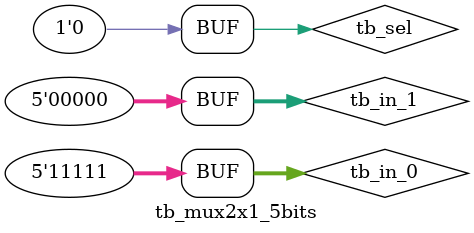
<source format=v>
module mux2x1_5bits (
    input [4:0] in_0,
    input [4:0] in_1,
    input sel,
    output [4:0] out
);

    assign out = (sel) ? in_1 : in_0;
	
endmodule


module tb_mux2x1_5bits();
	reg [4:0] tb_in_0;
    reg [4:0] tb_in_1;
    reg tb_sel;
    wire [4:0] tb_out;
	
	initial begin
		tb_in_0 = 5'h1F;
		tb_in_1 = 5'h00;
		tb_sel = 1'b0;
		#25 tb_sel = 1'b1;
		#25 tb_sel = 1'b0;
		#25;
	end
	
	mux2x1_5bits test_mux2x1_5bits(
		.in_0 (tb_in_0),
		.in_1 (tb_in_1),
		.sel  (tb_sel ),
		.out  (tb_out )
	);
	
endmodule
</source>
